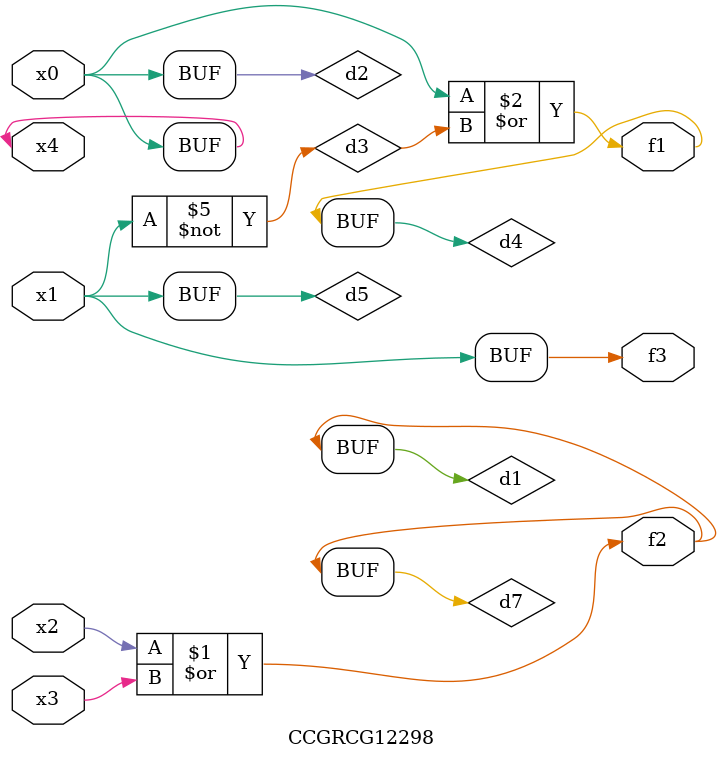
<source format=v>
module CCGRCG12298(
	input x0, x1, x2, x3, x4,
	output f1, f2, f3
);

	wire d1, d2, d3, d4, d5, d6, d7;

	or (d1, x2, x3);
	buf (d2, x0, x4);
	not (d3, x1);
	or (d4, d2, d3);
	not (d5, d3);
	nand (d6, d1, d3);
	or (d7, d1);
	assign f1 = d4;
	assign f2 = d7;
	assign f3 = d5;
endmodule

</source>
